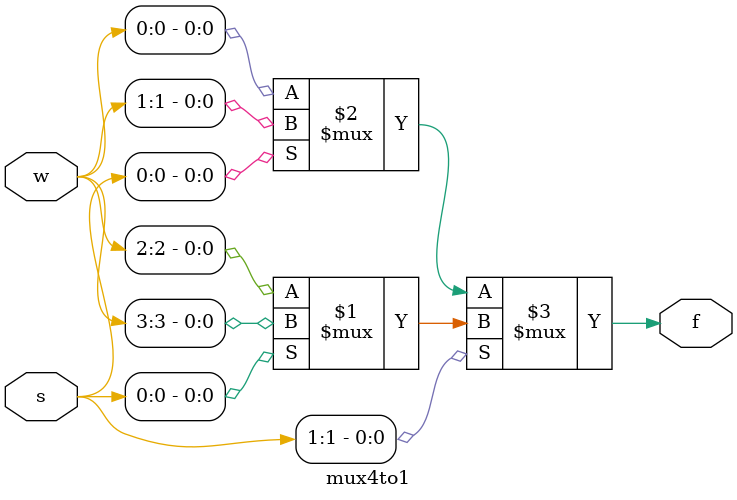
<source format=v>
module bintogray(b,g);
input [3:0]b;
output [3:0]g;
assign g[3] = b[3];
assign g[0] = b[1]^b[0];
wire [3:0]in;
assign in = 4'b0110;
mux4to1 stage0(in,b[3:2],g[2]);
wire [3:0]in1; 
assign in1 = {(b[1]),(~b[1]),(b[1]),(~b[1])};
mux4to1 stage1(in1,b[3:2],g[1]);
endmodule

module mux4to1(w,s,f);
input [0:3]w;
input [1:0]s;
output f;
assign f = s[1]?(s[0]?w[3]:w[2]):(s[0]?w[1]:w[0]);
endmodule

</source>
